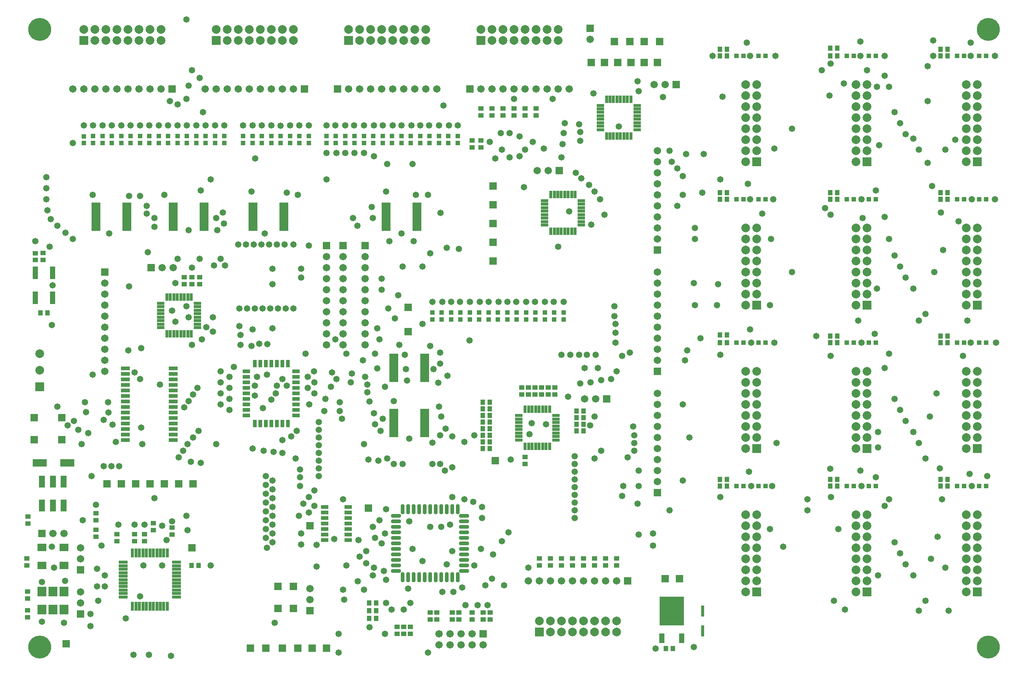
<source format=gts>
G04*
G04 #@! TF.GenerationSoftware,Altium Limited,Altium Designer,22.3.1 (43)*
G04*
G04 Layer_Color=8388736*
%FSLAX25Y25*%
%MOIN*%
G70*
G04*
G04 #@! TF.SameCoordinates,A87CA661-C890-46F0-A320-74F5598AF3CC*
G04*
G04*
G04 #@! TF.FilePolarity,Negative*
G04*
G01*
G75*
%ADD43R,0.03950X0.04540*%
%ADD44R,0.04540X0.03950*%
%ADD45R,0.07887X0.08674*%
%ADD46R,0.06607X0.03162*%
%ADD47R,0.03162X0.06607*%
%ADD48R,0.06607X0.03800*%
%ADD49R,0.03800X0.06607*%
%ADD50R,0.08083X0.03556*%
%ADD51R,0.03162X0.08083*%
%ADD52R,0.08083X0.03162*%
%ADD53R,0.03950X0.03950*%
%ADD54R,0.06804X0.03359*%
%ADD55R,0.03162X0.10249*%
%ADD56O,0.09241X0.03556*%
%ADD57O,0.03556X0.09241*%
%ADD58R,0.04540X0.09068*%
%ADD59R,0.22453X0.26391*%
%ADD60R,0.07887X0.02572*%
%ADD61R,0.04737X0.11627*%
%ADD62R,0.05524X0.10642*%
%ADD63R,0.07887X0.07099*%
%ADD64R,0.12800X0.06800*%
%ADD65R,0.03950X0.03950*%
%ADD66R,0.06706X0.06706*%
%ADD67C,0.07887*%
%ADD68R,0.07887X0.07887*%
%ADD69R,0.07887X0.07887*%
%ADD70C,0.06706*%
%ADD71R,0.06706X0.06706*%
%ADD72R,0.06706X0.06706*%
%ADD73C,0.06706*%
%ADD74R,0.06706X0.06706*%
%ADD75C,0.20800*%
%ADD76C,0.05800*%
D43*
X318850Y53000D02*
D03*
X325150D02*
D03*
X318850Y46000D02*
D03*
X325150D02*
D03*
X318850Y60000D02*
D03*
X325150D02*
D03*
X736850Y166000D02*
D03*
X743150D02*
D03*
X836850Y562000D02*
D03*
X843150D02*
D03*
X836850Y432000D02*
D03*
X843150D02*
D03*
X836850Y296000D02*
D03*
X843150D02*
D03*
X636850Y166000D02*
D03*
X643150D02*
D03*
X836850D02*
D03*
X843150D02*
D03*
X836850Y302000D02*
D03*
X843150D02*
D03*
X636850Y172000D02*
D03*
X643150D02*
D03*
X736850D02*
D03*
X743150D02*
D03*
X836850D02*
D03*
X843150D02*
D03*
X164150Y94000D02*
D03*
X157850D02*
D03*
X428150Y242000D02*
D03*
X421850D02*
D03*
X428150Y230000D02*
D03*
X421850D02*
D03*
X428150Y224000D02*
D03*
X421850D02*
D03*
X428150Y218000D02*
D03*
X421850D02*
D03*
X428150Y212000D02*
D03*
X421850D02*
D03*
X428150Y206000D02*
D03*
X421850D02*
D03*
X428150Y200000D02*
D03*
X421850D02*
D03*
X643150Y556000D02*
D03*
X636850D02*
D03*
X643150Y296000D02*
D03*
X636850D02*
D03*
X743150Y426000D02*
D03*
X736850D02*
D03*
X743150Y296000D02*
D03*
X736850D02*
D03*
X743150Y556000D02*
D03*
X736850D02*
D03*
X843150Y426000D02*
D03*
X836850D02*
D03*
X643150D02*
D03*
X636850D02*
D03*
X843150Y556000D02*
D03*
X836850D02*
D03*
X513150Y216000D02*
D03*
X506850D02*
D03*
X428150Y236000D02*
D03*
X421850D02*
D03*
X513150Y228000D02*
D03*
X506850D02*
D03*
X513150Y234000D02*
D03*
X506850D02*
D03*
X513150Y222000D02*
D03*
X506850D02*
D03*
X743150Y563000D02*
D03*
X736850D02*
D03*
X743150Y302000D02*
D03*
X736850D02*
D03*
X743150Y432000D02*
D03*
X736850D02*
D03*
X643150D02*
D03*
X636850D02*
D03*
X643150Y562000D02*
D03*
X636850D02*
D03*
X643150Y303000D02*
D03*
X636850D02*
D03*
X20850Y323000D02*
D03*
X27150D02*
D03*
X594150Y18500D02*
D03*
X587850D02*
D03*
D44*
X344000Y38150D02*
D03*
Y31850D02*
D03*
X356000Y38150D02*
D03*
Y31850D02*
D03*
X350000Y38150D02*
D03*
Y31850D02*
D03*
X9000Y46850D02*
D03*
Y53150D02*
D03*
Y70150D02*
D03*
Y63850D02*
D03*
X151000Y348850D02*
D03*
Y355150D02*
D03*
X420000Y479150D02*
D03*
Y472850D02*
D03*
X412000Y479150D02*
D03*
Y472850D02*
D03*
X422000Y51150D02*
D03*
Y44850D02*
D03*
X470000Y508150D02*
D03*
Y501850D02*
D03*
X460000Y508150D02*
D03*
Y501850D02*
D03*
X450000Y508150D02*
D03*
Y501850D02*
D03*
X440000Y508150D02*
D03*
Y501850D02*
D03*
X430000Y508150D02*
D03*
Y501850D02*
D03*
X420000Y508150D02*
D03*
Y501850D02*
D03*
X9500Y131850D02*
D03*
Y138150D02*
D03*
X23000Y370850D02*
D03*
Y377150D02*
D03*
X533000Y93850D02*
D03*
Y100150D02*
D03*
X457000Y248850D02*
D03*
Y255150D02*
D03*
X481000D02*
D03*
Y248850D02*
D03*
X493000Y93850D02*
D03*
Y100150D02*
D03*
X513000Y93850D02*
D03*
Y100150D02*
D03*
X543000Y93850D02*
D03*
Y100150D02*
D03*
X463000Y248850D02*
D03*
Y255150D02*
D03*
X460000Y192150D02*
D03*
Y185850D02*
D03*
X473000Y93850D02*
D03*
Y100150D02*
D03*
X487000Y255150D02*
D03*
Y248850D02*
D03*
X483000Y93850D02*
D03*
Y100150D02*
D03*
X503000Y93850D02*
D03*
Y100150D02*
D03*
X475000Y255150D02*
D03*
Y248850D02*
D03*
X523000Y93850D02*
D03*
Y100150D02*
D03*
X412000Y44850D02*
D03*
Y51150D02*
D03*
X380000Y44850D02*
D03*
Y51150D02*
D03*
X428500D02*
D03*
Y44850D02*
D03*
X400000D02*
D03*
Y51150D02*
D03*
X8500Y93850D02*
D03*
Y100150D02*
D03*
X158000Y355150D02*
D03*
Y348850D02*
D03*
X469000Y248850D02*
D03*
Y255150D02*
D03*
X165000Y355150D02*
D03*
Y348850D02*
D03*
X71000Y119850D02*
D03*
Y126150D02*
D03*
X374000Y51150D02*
D03*
Y44850D02*
D03*
X16000Y370701D02*
D03*
Y377000D02*
D03*
X394000Y51150D02*
D03*
Y44850D02*
D03*
X106000Y115850D02*
D03*
Y122150D02*
D03*
X71000Y141150D02*
D03*
Y134850D02*
D03*
X115000Y115850D02*
D03*
Y122150D02*
D03*
X90000Y115850D02*
D03*
Y122150D02*
D03*
X140000Y121850D02*
D03*
Y128150D02*
D03*
X123000Y125850D02*
D03*
Y132150D02*
D03*
D45*
X22000Y53732D02*
D03*
X32000D02*
D03*
X42000D02*
D03*
Y70268D02*
D03*
X32000D02*
D03*
X22000D02*
D03*
D46*
X129764Y331524D02*
D03*
Y328374D02*
D03*
Y325224D02*
D03*
Y322075D02*
D03*
Y318925D02*
D03*
Y315776D02*
D03*
Y312626D02*
D03*
Y309476D02*
D03*
X163134D02*
D03*
Y312626D02*
D03*
Y315776D02*
D03*
Y318925D02*
D03*
Y322075D02*
D03*
Y325224D02*
D03*
Y328374D02*
D03*
Y331524D02*
D03*
X477815Y424524D02*
D03*
Y421374D02*
D03*
Y418224D02*
D03*
Y415075D02*
D03*
Y411925D02*
D03*
Y408776D02*
D03*
Y405626D02*
D03*
Y402476D02*
D03*
X511185D02*
D03*
Y405626D02*
D03*
Y408776D02*
D03*
Y411925D02*
D03*
Y415075D02*
D03*
Y418224D02*
D03*
Y421374D02*
D03*
Y424524D02*
D03*
X528315Y511024D02*
D03*
Y507874D02*
D03*
Y504724D02*
D03*
Y501575D02*
D03*
Y498425D02*
D03*
Y495276D02*
D03*
Y492126D02*
D03*
Y488976D02*
D03*
X561685D02*
D03*
Y492126D02*
D03*
Y495276D02*
D03*
Y498425D02*
D03*
Y501575D02*
D03*
Y504724D02*
D03*
Y507874D02*
D03*
Y511024D02*
D03*
X454591Y229709D02*
D03*
Y226559D02*
D03*
Y223409D02*
D03*
Y220260D02*
D03*
Y217110D02*
D03*
Y213961D02*
D03*
Y210811D02*
D03*
Y207661D02*
D03*
X487961D02*
D03*
Y210811D02*
D03*
Y213961D02*
D03*
Y217110D02*
D03*
Y220260D02*
D03*
Y223409D02*
D03*
Y226559D02*
D03*
Y229709D02*
D03*
D47*
X135425Y303815D02*
D03*
X138575D02*
D03*
X141724D02*
D03*
X144874D02*
D03*
X148024D02*
D03*
X151173D02*
D03*
X154323D02*
D03*
X157472D02*
D03*
Y337185D02*
D03*
X154323D02*
D03*
X151173D02*
D03*
X148024D02*
D03*
X144874D02*
D03*
X141724D02*
D03*
X138575D02*
D03*
X135425D02*
D03*
X483476Y396815D02*
D03*
X486626D02*
D03*
X489776D02*
D03*
X492925D02*
D03*
X496075D02*
D03*
X499224D02*
D03*
X502374D02*
D03*
X505524D02*
D03*
Y430185D02*
D03*
X502374D02*
D03*
X499224D02*
D03*
X496075D02*
D03*
X492925D02*
D03*
X489776D02*
D03*
X486626D02*
D03*
X483476D02*
D03*
X556024Y516685D02*
D03*
X552874D02*
D03*
X549724D02*
D03*
X546575D02*
D03*
X543425D02*
D03*
X540276D02*
D03*
X537126D02*
D03*
X533976D02*
D03*
Y483315D02*
D03*
X537126D02*
D03*
X540276D02*
D03*
X543425D02*
D03*
X546575D02*
D03*
X549724D02*
D03*
X552874D02*
D03*
X556024D02*
D03*
X460252Y202000D02*
D03*
X463402D02*
D03*
X466551D02*
D03*
X469701D02*
D03*
X472850D02*
D03*
X476000D02*
D03*
X479150D02*
D03*
X482299D02*
D03*
Y235370D02*
D03*
X479150D02*
D03*
X476000D02*
D03*
X472850D02*
D03*
X469701D02*
D03*
X466551D02*
D03*
X463402D02*
D03*
X460252D02*
D03*
D48*
X252500Y239900D02*
D03*
Y244900D02*
D03*
Y234900D02*
D03*
X207500Y269900D02*
D03*
Y264900D02*
D03*
Y259900D02*
D03*
Y254900D02*
D03*
Y249900D02*
D03*
Y244900D02*
D03*
Y239900D02*
D03*
Y234900D02*
D03*
Y229900D02*
D03*
X252500Y249900D02*
D03*
Y254900D02*
D03*
Y259900D02*
D03*
Y264900D02*
D03*
Y269900D02*
D03*
Y229900D02*
D03*
D49*
X240000Y222500D02*
D03*
X235000D02*
D03*
X230000D02*
D03*
X245000D02*
D03*
X230000Y277000D02*
D03*
X225000D02*
D03*
X220000D02*
D03*
X215000D02*
D03*
Y222500D02*
D03*
X220000D02*
D03*
X225000D02*
D03*
X245000Y277000D02*
D03*
X240000D02*
D03*
X235000D02*
D03*
D50*
X141171Y207500D02*
D03*
Y212500D02*
D03*
Y217500D02*
D03*
Y222500D02*
D03*
Y227500D02*
D03*
Y232500D02*
D03*
Y237500D02*
D03*
Y242500D02*
D03*
Y247500D02*
D03*
Y252500D02*
D03*
Y257500D02*
D03*
Y262500D02*
D03*
Y267500D02*
D03*
Y272500D02*
D03*
X97667D02*
D03*
Y267500D02*
D03*
Y262500D02*
D03*
Y257500D02*
D03*
Y252500D02*
D03*
Y247500D02*
D03*
Y242500D02*
D03*
Y237500D02*
D03*
Y232500D02*
D03*
Y227500D02*
D03*
Y222500D02*
D03*
Y217500D02*
D03*
Y212500D02*
D03*
Y207500D02*
D03*
D51*
X104252Y105213D02*
D03*
X107402D02*
D03*
X110551D02*
D03*
X113701D02*
D03*
X116850D02*
D03*
X120000D02*
D03*
X123150D02*
D03*
X126299D02*
D03*
X129449D02*
D03*
X132598D02*
D03*
X135748D02*
D03*
Y56787D02*
D03*
X132598D02*
D03*
X129449D02*
D03*
X126299D02*
D03*
X123150D02*
D03*
X120000D02*
D03*
X116850D02*
D03*
X113701D02*
D03*
X110551D02*
D03*
X107402D02*
D03*
X104252D02*
D03*
D52*
X144213Y96748D02*
D03*
Y93598D02*
D03*
Y90449D02*
D03*
Y87299D02*
D03*
Y84150D02*
D03*
Y81000D02*
D03*
Y77850D02*
D03*
Y74701D02*
D03*
Y71551D02*
D03*
Y68402D02*
D03*
Y65252D02*
D03*
X95787D02*
D03*
Y68402D02*
D03*
Y71551D02*
D03*
Y74701D02*
D03*
Y77850D02*
D03*
Y81000D02*
D03*
Y84150D02*
D03*
Y87299D02*
D03*
Y90449D02*
D03*
Y93598D02*
D03*
Y96748D02*
D03*
D53*
X68500Y483150D02*
D03*
Y476850D02*
D03*
X102500D02*
D03*
Y483150D02*
D03*
X390500D02*
D03*
Y476850D02*
D03*
X187500Y483150D02*
D03*
Y476850D02*
D03*
X376000Y323150D02*
D03*
Y316850D02*
D03*
X136500Y476850D02*
D03*
Y483150D02*
D03*
X119500Y476850D02*
D03*
Y483150D02*
D03*
X145000Y476850D02*
D03*
Y483150D02*
D03*
X111000Y476850D02*
D03*
Y483150D02*
D03*
X153500Y476850D02*
D03*
Y483150D02*
D03*
X162000Y476850D02*
D03*
Y483150D02*
D03*
X128000Y476850D02*
D03*
Y483150D02*
D03*
X170500Y476850D02*
D03*
Y483150D02*
D03*
X179000Y476850D02*
D03*
Y483150D02*
D03*
X495000Y316850D02*
D03*
Y323150D02*
D03*
X297000Y476850D02*
D03*
Y483150D02*
D03*
X339500Y476850D02*
D03*
Y483150D02*
D03*
X280000Y476850D02*
D03*
Y483150D02*
D03*
X314000Y476850D02*
D03*
Y483150D02*
D03*
X382000Y476850D02*
D03*
Y483150D02*
D03*
X322500Y476850D02*
D03*
Y483150D02*
D03*
X486500Y316850D02*
D03*
Y323150D02*
D03*
X478000Y316850D02*
D03*
Y323150D02*
D03*
X331000Y476850D02*
D03*
Y483150D02*
D03*
X373500Y476850D02*
D03*
Y483150D02*
D03*
X356500Y476850D02*
D03*
Y483150D02*
D03*
X365000Y476850D02*
D03*
Y483150D02*
D03*
X305500Y476850D02*
D03*
Y483150D02*
D03*
X288500Y476850D02*
D03*
Y483150D02*
D03*
X399000Y476850D02*
D03*
Y483150D02*
D03*
X348000Y476850D02*
D03*
Y483150D02*
D03*
X204500Y476850D02*
D03*
Y483150D02*
D03*
X238500Y476850D02*
D03*
Y483150D02*
D03*
X393000Y316850D02*
D03*
Y323150D02*
D03*
X401500D02*
D03*
Y316850D02*
D03*
X384500D02*
D03*
Y323150D02*
D03*
X230000Y476850D02*
D03*
Y483150D02*
D03*
X213000Y476850D02*
D03*
Y483150D02*
D03*
X427000Y316850D02*
D03*
Y323150D02*
D03*
X221500Y476850D02*
D03*
Y483150D02*
D03*
X418500Y316850D02*
D03*
Y323150D02*
D03*
X410000Y316850D02*
D03*
Y323150D02*
D03*
X60000Y476700D02*
D03*
Y483000D02*
D03*
X264000Y476850D02*
D03*
Y483150D02*
D03*
X94000Y476850D02*
D03*
Y483150D02*
D03*
X85500Y476850D02*
D03*
Y483150D02*
D03*
X77000Y476850D02*
D03*
Y483150D02*
D03*
X444000Y316850D02*
D03*
Y323150D02*
D03*
X469500Y316850D02*
D03*
Y323150D02*
D03*
X461000Y316850D02*
D03*
Y323150D02*
D03*
X452500Y316850D02*
D03*
Y323150D02*
D03*
X435500Y316850D02*
D03*
Y323150D02*
D03*
X255500Y476850D02*
D03*
Y483150D02*
D03*
X247000Y476850D02*
D03*
Y483150D02*
D03*
D54*
X278323Y117000D02*
D03*
X299677Y147000D02*
D03*
X278323D02*
D03*
Y142000D02*
D03*
Y137000D02*
D03*
Y132000D02*
D03*
Y127000D02*
D03*
Y122000D02*
D03*
X299677Y117000D02*
D03*
Y122000D02*
D03*
Y127000D02*
D03*
Y132000D02*
D03*
Y137000D02*
D03*
Y142000D02*
D03*
D55*
X621000Y34600D02*
D03*
Y52500D02*
D03*
D56*
X404720Y104000D02*
D03*
X343280Y134000D02*
D03*
X404720Y129000D02*
D03*
X343280Y109000D02*
D03*
X404720Y89000D02*
D03*
Y94000D02*
D03*
Y99000D02*
D03*
Y109000D02*
D03*
Y114000D02*
D03*
Y119000D02*
D03*
Y124000D02*
D03*
Y134000D02*
D03*
Y139000D02*
D03*
X343280D02*
D03*
Y129000D02*
D03*
Y124000D02*
D03*
Y119000D02*
D03*
Y114000D02*
D03*
Y104000D02*
D03*
Y99000D02*
D03*
Y94000D02*
D03*
Y89000D02*
D03*
D57*
X379000Y144720D02*
D03*
X359000Y83280D02*
D03*
X384000D02*
D03*
X374000Y144720D02*
D03*
Y83280D02*
D03*
X379000D02*
D03*
X389000D02*
D03*
X394000D02*
D03*
X399000D02*
D03*
Y144720D02*
D03*
X394000D02*
D03*
X389000D02*
D03*
X384000D02*
D03*
X369000D02*
D03*
X364000D02*
D03*
X359000D02*
D03*
X354000D02*
D03*
X349000D02*
D03*
Y83280D02*
D03*
X354000D02*
D03*
X364000D02*
D03*
X369000D02*
D03*
D58*
X584024Y27768D02*
D03*
X601976D02*
D03*
D59*
X593000Y52571D02*
D03*
D60*
X361976Y418957D02*
D03*
X334024Y398484D02*
D03*
Y421516D02*
D03*
X361976D02*
D03*
Y416398D02*
D03*
Y413839D02*
D03*
Y411280D02*
D03*
Y408720D02*
D03*
Y406161D02*
D03*
Y403602D02*
D03*
Y401043D02*
D03*
Y398484D02*
D03*
X334024Y401043D02*
D03*
Y403602D02*
D03*
Y406161D02*
D03*
Y408720D02*
D03*
Y411280D02*
D03*
Y413839D02*
D03*
Y416398D02*
D03*
Y418957D02*
D03*
X241476D02*
D03*
X213524Y398484D02*
D03*
Y421516D02*
D03*
X241476D02*
D03*
Y416398D02*
D03*
Y413839D02*
D03*
Y411280D02*
D03*
Y408720D02*
D03*
Y406161D02*
D03*
Y403602D02*
D03*
Y401043D02*
D03*
Y398484D02*
D03*
X213524Y401043D02*
D03*
Y403602D02*
D03*
Y406161D02*
D03*
Y408720D02*
D03*
Y411280D02*
D03*
Y413839D02*
D03*
Y416398D02*
D03*
Y418957D02*
D03*
X341024Y231957D02*
D03*
Y229398D02*
D03*
Y226839D02*
D03*
Y224280D02*
D03*
Y221720D02*
D03*
Y219161D02*
D03*
Y216602D02*
D03*
Y214043D02*
D03*
X368976Y211484D02*
D03*
Y214043D02*
D03*
Y216602D02*
D03*
Y219161D02*
D03*
Y221720D02*
D03*
Y224280D02*
D03*
Y226839D02*
D03*
Y229398D02*
D03*
Y234516D02*
D03*
X341024D02*
D03*
Y211484D02*
D03*
X368976Y231957D02*
D03*
X71024Y418957D02*
D03*
Y416398D02*
D03*
Y413839D02*
D03*
Y411280D02*
D03*
Y408720D02*
D03*
Y406161D02*
D03*
Y403602D02*
D03*
Y401043D02*
D03*
X98976Y398484D02*
D03*
Y401043D02*
D03*
Y403602D02*
D03*
Y406161D02*
D03*
Y408720D02*
D03*
Y411280D02*
D03*
Y413839D02*
D03*
Y416398D02*
D03*
Y421516D02*
D03*
X71024D02*
D03*
Y398484D02*
D03*
X98976Y418957D02*
D03*
X341024Y281957D02*
D03*
Y279398D02*
D03*
Y276839D02*
D03*
Y274280D02*
D03*
Y271720D02*
D03*
Y269161D02*
D03*
Y266602D02*
D03*
Y264043D02*
D03*
X368976Y261484D02*
D03*
Y264043D02*
D03*
Y266602D02*
D03*
Y269161D02*
D03*
Y271720D02*
D03*
Y274280D02*
D03*
Y276839D02*
D03*
Y279398D02*
D03*
Y284516D02*
D03*
X341024D02*
D03*
Y261484D02*
D03*
X368976Y281957D02*
D03*
X141024Y418957D02*
D03*
Y416398D02*
D03*
Y413839D02*
D03*
Y411280D02*
D03*
Y408720D02*
D03*
Y406161D02*
D03*
Y403602D02*
D03*
Y401043D02*
D03*
X168976Y398484D02*
D03*
Y401043D02*
D03*
Y403602D02*
D03*
Y406161D02*
D03*
Y408720D02*
D03*
Y411280D02*
D03*
Y413839D02*
D03*
Y416398D02*
D03*
Y421516D02*
D03*
X141024D02*
D03*
Y398484D02*
D03*
X168976Y418957D02*
D03*
D61*
X31874Y336681D02*
D03*
Y359319D02*
D03*
X16126Y336681D02*
D03*
Y359319D02*
D03*
D62*
X22158Y169827D02*
D03*
X32000D02*
D03*
X41842D02*
D03*
Y148173D02*
D03*
X32000D02*
D03*
X22158D02*
D03*
D63*
X42000Y93732D02*
D03*
X22000Y110268D02*
D03*
Y93732D02*
D03*
X42000Y110268D02*
D03*
D64*
X20000Y187000D02*
D03*
X45000D02*
D03*
D65*
X871850Y166000D02*
D03*
X878150D02*
D03*
X671850D02*
D03*
X678150D02*
D03*
X751850D02*
D03*
X758150D02*
D03*
X851850D02*
D03*
X858150D02*
D03*
X651850Y426000D02*
D03*
X658150D02*
D03*
X751850D02*
D03*
X758150D02*
D03*
X858150D02*
D03*
X851850D02*
D03*
X651850Y296000D02*
D03*
X658150D02*
D03*
X751850D02*
D03*
X758150D02*
D03*
X851850Y556000D02*
D03*
X858150D02*
D03*
X751850D02*
D03*
X758150D02*
D03*
X778150Y296000D02*
D03*
X771850D02*
D03*
X678150Y556000D02*
D03*
X671850D02*
D03*
X678150Y426000D02*
D03*
X671850D02*
D03*
X678150Y296000D02*
D03*
X671850D02*
D03*
X778150Y556000D02*
D03*
X771850D02*
D03*
X878150Y426000D02*
D03*
X871850D02*
D03*
X771850D02*
D03*
X778150D02*
D03*
X878150Y556000D02*
D03*
X871850D02*
D03*
X658150Y166000D02*
D03*
X651850D02*
D03*
X778150D02*
D03*
X771850D02*
D03*
X878150Y296000D02*
D03*
X871850D02*
D03*
X658150Y556000D02*
D03*
X651850D02*
D03*
X858150Y296000D02*
D03*
X851850D02*
D03*
D66*
X433000Y189000D02*
D03*
X582000Y569000D02*
D03*
X568000D02*
D03*
X555000D02*
D03*
X541000D02*
D03*
X158000Y110000D02*
D03*
X318000Y146000D02*
D03*
X265000Y130000D02*
D03*
X236000Y75000D02*
D03*
X600000Y82000D02*
D03*
X587000D02*
D03*
X250000Y75000D02*
D03*
Y55000D02*
D03*
X236000D02*
D03*
X44000Y23000D02*
D03*
X225000Y19000D02*
D03*
X254000D02*
D03*
X211000D02*
D03*
X267000D02*
D03*
X280000D02*
D03*
X240000D02*
D03*
X422000Y32000D02*
D03*
X519000Y581000D02*
D03*
X40000Y228000D02*
D03*
X580000Y550000D02*
D03*
X410000Y526000D02*
D03*
X553000Y80000D02*
D03*
X290000Y526000D02*
D03*
X140000D02*
D03*
X260000D02*
D03*
X40000Y208000D02*
D03*
X15000D02*
D03*
Y228000D02*
D03*
X354000Y306000D02*
D03*
Y328000D02*
D03*
X159000Y168000D02*
D03*
X81000D02*
D03*
X133000D02*
D03*
X94000D02*
D03*
X146000D02*
D03*
X120000D02*
D03*
X107000D02*
D03*
X568000Y550000D02*
D03*
X556000D02*
D03*
X544000D02*
D03*
X520000D02*
D03*
X532000D02*
D03*
D67*
X130000Y580000D02*
D03*
Y570000D02*
D03*
X120000Y580000D02*
D03*
Y570000D02*
D03*
X110000Y580000D02*
D03*
Y570000D02*
D03*
X100000Y580000D02*
D03*
Y570000D02*
D03*
X90000Y580000D02*
D03*
Y570000D02*
D03*
X80000Y580000D02*
D03*
Y570000D02*
D03*
X70000Y580000D02*
D03*
Y570000D02*
D03*
X60000Y580000D02*
D03*
X250000D02*
D03*
Y570000D02*
D03*
X240000Y580000D02*
D03*
Y570000D02*
D03*
X230000Y580000D02*
D03*
Y570000D02*
D03*
X220000Y580000D02*
D03*
Y570000D02*
D03*
X210000Y580000D02*
D03*
Y570000D02*
D03*
X200000Y580000D02*
D03*
Y570000D02*
D03*
X190000Y580000D02*
D03*
Y570000D02*
D03*
X180000Y580000D02*
D03*
X370000D02*
D03*
Y570000D02*
D03*
X360000Y580000D02*
D03*
Y570000D02*
D03*
X350000Y580000D02*
D03*
Y570000D02*
D03*
X340000Y580000D02*
D03*
Y570000D02*
D03*
X330000Y580000D02*
D03*
Y570000D02*
D03*
X320000Y580000D02*
D03*
Y570000D02*
D03*
X310000Y580000D02*
D03*
Y570000D02*
D03*
X300000Y580000D02*
D03*
X490000D02*
D03*
Y570000D02*
D03*
X480000Y580000D02*
D03*
Y570000D02*
D03*
X470000Y580000D02*
D03*
Y570000D02*
D03*
X460000Y580000D02*
D03*
Y570000D02*
D03*
X450000Y580000D02*
D03*
Y570000D02*
D03*
X440000Y580000D02*
D03*
Y570000D02*
D03*
X430000Y580000D02*
D03*
Y570000D02*
D03*
X420000Y580000D02*
D03*
X660000Y530000D02*
D03*
X670000D02*
D03*
X660000Y520000D02*
D03*
X670000D02*
D03*
X660000Y510000D02*
D03*
X670000D02*
D03*
X660000Y500000D02*
D03*
X670000D02*
D03*
X660000Y490000D02*
D03*
X670000D02*
D03*
X660000Y480000D02*
D03*
X670000D02*
D03*
X660000Y470000D02*
D03*
X670000D02*
D03*
X660000Y460000D02*
D03*
Y400000D02*
D03*
X670000D02*
D03*
X660000Y390000D02*
D03*
X670000D02*
D03*
X660000Y380000D02*
D03*
X670000D02*
D03*
X660000Y370000D02*
D03*
X670000D02*
D03*
X660000Y360000D02*
D03*
X670000D02*
D03*
X660000Y350000D02*
D03*
X670000D02*
D03*
X660000Y340000D02*
D03*
X670000D02*
D03*
X660000Y330000D02*
D03*
Y270000D02*
D03*
X670000D02*
D03*
X660000Y260000D02*
D03*
X670000D02*
D03*
X660000Y250000D02*
D03*
X670000D02*
D03*
X660000Y240000D02*
D03*
X670000D02*
D03*
X660000Y230000D02*
D03*
X670000D02*
D03*
X660000Y220000D02*
D03*
X670000D02*
D03*
X660000Y210000D02*
D03*
X670000D02*
D03*
X660000Y200000D02*
D03*
Y140000D02*
D03*
X670000D02*
D03*
X660000Y130000D02*
D03*
X670000D02*
D03*
X660000Y120000D02*
D03*
X670000D02*
D03*
X660000Y110000D02*
D03*
X670000D02*
D03*
X660000Y100000D02*
D03*
X670000D02*
D03*
X660000Y90000D02*
D03*
X670000D02*
D03*
X660000Y80000D02*
D03*
X670000D02*
D03*
X660000Y70000D02*
D03*
X760000Y530000D02*
D03*
X770000D02*
D03*
X760000Y520000D02*
D03*
X770000D02*
D03*
X760000Y510000D02*
D03*
X770000D02*
D03*
X760000Y500000D02*
D03*
X770000D02*
D03*
X760000Y490000D02*
D03*
X770000D02*
D03*
X760000Y480000D02*
D03*
X770000D02*
D03*
X760000Y470000D02*
D03*
X770000D02*
D03*
X760000Y460000D02*
D03*
X760000Y400000D02*
D03*
X770000D02*
D03*
X760000Y390000D02*
D03*
X770000D02*
D03*
X760000Y380000D02*
D03*
X770000D02*
D03*
X760000Y370000D02*
D03*
X770000D02*
D03*
X760000Y360000D02*
D03*
X770000D02*
D03*
X760000Y350000D02*
D03*
X770000D02*
D03*
X760000Y340000D02*
D03*
X770000D02*
D03*
X760000Y330000D02*
D03*
Y270000D02*
D03*
X770000D02*
D03*
X760000Y260000D02*
D03*
X770000D02*
D03*
X760000Y250000D02*
D03*
X770000D02*
D03*
X760000Y240000D02*
D03*
X770000D02*
D03*
X760000Y230000D02*
D03*
X770000D02*
D03*
X760000Y220000D02*
D03*
X770000D02*
D03*
X760000Y210000D02*
D03*
X770000D02*
D03*
X760000Y200000D02*
D03*
Y140000D02*
D03*
X770000D02*
D03*
X760000Y130000D02*
D03*
X770000D02*
D03*
X760000Y120000D02*
D03*
X770000D02*
D03*
X760000Y110000D02*
D03*
X770000D02*
D03*
X760000Y100000D02*
D03*
X770000D02*
D03*
X760000Y90000D02*
D03*
X770000D02*
D03*
X760000Y80000D02*
D03*
X770000D02*
D03*
X760000Y70000D02*
D03*
X860000Y530000D02*
D03*
X870000D02*
D03*
X860000Y520000D02*
D03*
X870000D02*
D03*
X860000Y510000D02*
D03*
X870000D02*
D03*
X860000Y500000D02*
D03*
X870000D02*
D03*
X860000Y490000D02*
D03*
X870000D02*
D03*
X860000Y480000D02*
D03*
X870000D02*
D03*
X860000Y470000D02*
D03*
X870000D02*
D03*
X860000Y460000D02*
D03*
Y400000D02*
D03*
X870000D02*
D03*
X860000Y390000D02*
D03*
X870000D02*
D03*
X860000Y380000D02*
D03*
X870000D02*
D03*
X860000Y370000D02*
D03*
X870000D02*
D03*
X860000Y360000D02*
D03*
X870000D02*
D03*
X860000Y350000D02*
D03*
X870000D02*
D03*
X860000Y340000D02*
D03*
X870000D02*
D03*
X860000Y330000D02*
D03*
Y270000D02*
D03*
X870000D02*
D03*
X860000Y260000D02*
D03*
X870000D02*
D03*
X860000Y250000D02*
D03*
X870000D02*
D03*
X860000Y240000D02*
D03*
X870000D02*
D03*
X860000Y230000D02*
D03*
X870000D02*
D03*
X860000Y220000D02*
D03*
X870000D02*
D03*
X860000Y210000D02*
D03*
X870000D02*
D03*
X860000Y200000D02*
D03*
Y140000D02*
D03*
X870000D02*
D03*
X860000Y130000D02*
D03*
X870000D02*
D03*
X860000Y120000D02*
D03*
X870000D02*
D03*
X860000Y110000D02*
D03*
X870000D02*
D03*
X860000Y100000D02*
D03*
X870000D02*
D03*
X860000Y90000D02*
D03*
X870000D02*
D03*
X860000Y80000D02*
D03*
X870000D02*
D03*
X860000Y70000D02*
D03*
X543000Y43500D02*
D03*
Y33500D02*
D03*
X533000Y43500D02*
D03*
Y33500D02*
D03*
X523000Y43500D02*
D03*
Y33500D02*
D03*
X513000Y43500D02*
D03*
Y33500D02*
D03*
X503000Y43500D02*
D03*
Y33500D02*
D03*
X493000Y43500D02*
D03*
Y33500D02*
D03*
X483000Y43500D02*
D03*
Y33500D02*
D03*
X473000Y43500D02*
D03*
X20000Y271000D02*
D03*
Y286000D02*
D03*
D68*
X60000Y570000D02*
D03*
X180000D02*
D03*
X300000D02*
D03*
X420000D02*
D03*
X473000Y33500D02*
D03*
D69*
X670000Y460000D02*
D03*
Y330000D02*
D03*
Y200000D02*
D03*
Y70000D02*
D03*
X770000Y460000D02*
D03*
X770000Y330000D02*
D03*
Y200000D02*
D03*
Y70000D02*
D03*
X870000Y460000D02*
D03*
Y330000D02*
D03*
Y200000D02*
D03*
Y70000D02*
D03*
X20000Y256000D02*
D03*
D70*
X141000Y364000D02*
D03*
X131000D02*
D03*
X57000Y100000D02*
D03*
Y110000D02*
D03*
X471000Y452000D02*
D03*
X481000D02*
D03*
X587000Y530000D02*
D03*
X577000D02*
D03*
X514000Y245000D02*
D03*
X524000D02*
D03*
X32000Y123000D02*
D03*
X42000D02*
D03*
X57000Y70000D02*
D03*
Y60000D02*
D03*
X265000Y63000D02*
D03*
Y73000D02*
D03*
D71*
X121000Y364000D02*
D03*
X491000Y452000D02*
D03*
X597000Y530000D02*
D03*
X534000Y245000D02*
D03*
X22000Y123000D02*
D03*
D72*
X57000Y90000D02*
D03*
Y50000D02*
D03*
X265000Y53000D02*
D03*
D73*
X382000Y22000D02*
D03*
X422000D02*
D03*
X412000D02*
D03*
X382000Y32000D02*
D03*
X392000Y22000D02*
D03*
Y32000D02*
D03*
X402000Y22000D02*
D03*
Y32000D02*
D03*
X412000D02*
D03*
X519000Y571000D02*
D03*
X280000Y294000D02*
D03*
Y334000D02*
D03*
Y374000D02*
D03*
Y324000D02*
D03*
Y364000D02*
D03*
Y314000D02*
D03*
Y354000D02*
D03*
Y304000D02*
D03*
Y344000D02*
D03*
X79000Y270000D02*
D03*
Y320000D02*
D03*
Y280000D02*
D03*
Y330000D02*
D03*
Y290000D02*
D03*
Y340000D02*
D03*
Y300000D02*
D03*
Y350000D02*
D03*
Y310000D02*
D03*
X295000Y344000D02*
D03*
Y304000D02*
D03*
Y354000D02*
D03*
Y314000D02*
D03*
Y364000D02*
D03*
Y324000D02*
D03*
Y374000D02*
D03*
Y334000D02*
D03*
Y294000D02*
D03*
X450000Y526000D02*
D03*
X490000D02*
D03*
X440000D02*
D03*
X480000D02*
D03*
X430000D02*
D03*
X470000D02*
D03*
X420000D02*
D03*
X460000D02*
D03*
X500000D02*
D03*
X315000Y344000D02*
D03*
Y304000D02*
D03*
Y354000D02*
D03*
Y314000D02*
D03*
Y364000D02*
D03*
Y324000D02*
D03*
Y374000D02*
D03*
Y334000D02*
D03*
Y294000D02*
D03*
X580000Y420000D02*
D03*
Y460000D02*
D03*
Y410000D02*
D03*
Y450000D02*
D03*
Y400000D02*
D03*
Y440000D02*
D03*
Y390000D02*
D03*
Y430000D02*
D03*
Y470000D02*
D03*
X513000Y80000D02*
D03*
X473000D02*
D03*
X523000D02*
D03*
X483000D02*
D03*
X533000D02*
D03*
X493000D02*
D03*
X543000D02*
D03*
X503000D02*
D03*
X463000D02*
D03*
X330000Y526000D02*
D03*
X370000D02*
D03*
X320000D02*
D03*
X360000D02*
D03*
X310000D02*
D03*
X350000D02*
D03*
X300000D02*
D03*
X340000D02*
D03*
X380000D02*
D03*
X580000Y310000D02*
D03*
Y350000D02*
D03*
Y300000D02*
D03*
Y340000D02*
D03*
Y290000D02*
D03*
Y330000D02*
D03*
Y280000D02*
D03*
Y320000D02*
D03*
Y360000D02*
D03*
X100000Y526000D02*
D03*
X60000D02*
D03*
X110000D02*
D03*
X70000D02*
D03*
X120000D02*
D03*
X80000D02*
D03*
X130000D02*
D03*
X90000D02*
D03*
X50000D02*
D03*
X580000Y200000D02*
D03*
Y240000D02*
D03*
Y190000D02*
D03*
Y230000D02*
D03*
Y180000D02*
D03*
Y220000D02*
D03*
Y170000D02*
D03*
Y210000D02*
D03*
Y250000D02*
D03*
X220000Y526000D02*
D03*
X180000D02*
D03*
X230000D02*
D03*
X190000D02*
D03*
X240000D02*
D03*
X200000D02*
D03*
X250000D02*
D03*
X210000D02*
D03*
X170000D02*
D03*
D74*
X280000Y384000D02*
D03*
X431000Y421000D02*
D03*
X79000Y360000D02*
D03*
X431000Y438000D02*
D03*
X295000Y384000D02*
D03*
X315000D02*
D03*
X580000Y380000D02*
D03*
Y270000D02*
D03*
Y160000D02*
D03*
X431000Y387000D02*
D03*
Y404000D02*
D03*
Y370000D02*
D03*
D75*
X880000Y20000D02*
D03*
X20000Y580000D02*
D03*
Y20000D02*
D03*
X880000Y580000D02*
D03*
D76*
X62000Y233000D02*
D03*
X493000Y464000D02*
D03*
X496000Y495000D02*
D03*
X509000Y494000D02*
D03*
X495000Y486000D02*
D03*
X510000Y487000D02*
D03*
X494000Y476000D02*
D03*
X510000Y479000D02*
D03*
X576000Y112000D02*
D03*
Y123000D02*
D03*
X563000Y166000D02*
D03*
X549000D02*
D03*
X562000Y150000D02*
D03*
X548000Y157000D02*
D03*
X414000Y94000D02*
D03*
X548000Y284000D02*
D03*
X541000Y320000D02*
D03*
Y329000D02*
D03*
X420000Y109000D02*
D03*
X463000Y91914D02*
D03*
X345000Y339000D02*
D03*
X326000Y309000D02*
D03*
X261000Y286000D02*
D03*
X264000Y384000D02*
D03*
X257000Y355000D02*
D03*
Y113000D02*
D03*
Y123000D02*
D03*
X231000Y115000D02*
D03*
Y123000D02*
D03*
X386000Y511000D02*
D03*
X146000Y192000D02*
D03*
X157000Y188000D02*
D03*
X289000Y263000D02*
D03*
X288000Y299000D02*
D03*
X298000Y286000D02*
D03*
X313000Y280000D02*
D03*
X317000Y258000D02*
D03*
X285000Y269000D02*
D03*
X317000Y251000D02*
D03*
X226291Y294500D02*
D03*
X446000Y486000D02*
D03*
Y464000D02*
D03*
X433000Y463000D02*
D03*
X459000Y437000D02*
D03*
X467000Y478000D02*
D03*
X322000Y408720D02*
D03*
X455000Y465000D02*
D03*
X460000Y471000D02*
D03*
X439000D02*
D03*
X455000Y483000D02*
D03*
X438000Y486000D02*
D03*
X334000Y433000D02*
D03*
X321000Y418957D02*
D03*
X403000Y74000D02*
D03*
X395000Y70000D02*
D03*
X431000Y104000D02*
D03*
X445000Y124000D02*
D03*
X439000Y116000D02*
D03*
X424000Y76000D02*
D03*
X430000Y82000D02*
D03*
X394000Y107000D02*
D03*
X295000Y154000D02*
D03*
X303000Y268000D02*
D03*
X319000Y242500D02*
D03*
X324000Y222000D02*
D03*
X341000Y243000D02*
D03*
X323000Y232000D02*
D03*
X302000Y260000D02*
D03*
X315000Y265000D02*
D03*
X308000Y402000D02*
D03*
X294000Y227000D02*
D03*
X450000Y517000D02*
D03*
X499000Y247000D02*
D03*
X212000Y293000D02*
D03*
X219000Y295000D02*
D03*
X202000Y294000D02*
D03*
X158000D02*
D03*
X202000Y303000D02*
D03*
X177000Y306000D02*
D03*
X201000Y311000D02*
D03*
X213000Y308000D02*
D03*
X153000Y329000D02*
D03*
X155000Y319000D02*
D03*
X100500Y289000D02*
D03*
X118000Y378000D02*
D03*
X112000Y291000D02*
D03*
X171000Y310000D02*
D03*
X143000Y350000D02*
D03*
X101000Y347000D02*
D03*
X112000Y219000D02*
D03*
X175000Y94000D02*
D03*
X295000Y72000D02*
D03*
X314000D02*
D03*
X381398Y259398D02*
D03*
X591000Y144000D02*
D03*
X505000Y193000D02*
D03*
X447000Y190000D02*
D03*
X414000Y212000D02*
D03*
X406000Y58000D02*
D03*
X417182Y57818D02*
D03*
X389000Y95000D02*
D03*
X485000Y517000D02*
D03*
X477000Y472000D02*
D03*
X833000Y250000D02*
D03*
X834000Y120000D02*
D03*
X828000Y100000D02*
D03*
X823000Y191000D02*
D03*
X827000Y229000D02*
D03*
X831000Y360000D02*
D03*
X585000Y518500D02*
D03*
X563000Y524000D02*
D03*
X702000Y360000D02*
D03*
Y490000D02*
D03*
X231000Y309000D02*
D03*
X167000Y299000D02*
D03*
X177000Y319000D02*
D03*
X314000Y204000D02*
D03*
X331000Y227000D02*
D03*
X329000Y216000D02*
D03*
X318000Y190000D02*
D03*
X327000Y189000D02*
D03*
X335000Y191000D02*
D03*
X341000Y186000D02*
D03*
X349000D02*
D03*
X394000Y156000D02*
D03*
X145000Y372000D02*
D03*
X66000Y50000D02*
D03*
X73000Y62000D02*
D03*
X98000Y46000D02*
D03*
X233000Y42000D02*
D03*
X354000Y73000D02*
D03*
X296000Y63000D02*
D03*
X356000Y60000D02*
D03*
X333000Y32000D02*
D03*
X339000Y54000D02*
D03*
X319000Y38000D02*
D03*
X334000Y60000D02*
D03*
X350000Y54000D02*
D03*
X367000Y98000D02*
D03*
X119000Y13000D02*
D03*
X105000D02*
D03*
X139000Y12000D02*
D03*
X22000Y43000D02*
D03*
Y79000D02*
D03*
X43000Y80000D02*
D03*
X66000Y39000D02*
D03*
X72000Y75000D02*
D03*
X79000D02*
D03*
X372000Y15000D02*
D03*
X42000Y42000D02*
D03*
X280000Y493000D02*
D03*
Y468000D02*
D03*
X280061Y444000D02*
D03*
X231000Y349000D02*
D03*
Y363000D02*
D03*
X326000Y272500D02*
D03*
X563000Y122000D02*
D03*
X291000Y15000D02*
D03*
Y32000D02*
D03*
X529000Y198000D02*
D03*
X523000Y191000D02*
D03*
X76000Y112000D02*
D03*
X256000Y181000D02*
D03*
X273000Y189000D02*
D03*
Y182000D02*
D03*
X257000Y363000D02*
D03*
X253000Y216000D02*
D03*
X355000Y134000D02*
D03*
X392000Y131000D02*
D03*
X384000Y129000D02*
D03*
X279000Y244900D02*
D03*
X292000Y242000D02*
D03*
X268954Y269854D02*
D03*
X292000Y234000D02*
D03*
X278000D02*
D03*
X284000Y256000D02*
D03*
X204500Y493000D02*
D03*
X441000Y76000D02*
D03*
X226000Y110000D02*
D03*
X298000Y94000D02*
D03*
X308525Y79525D02*
D03*
X310000Y102000D02*
D03*
X309000Y117000D02*
D03*
X316000Y107000D02*
D03*
X330000Y114000D02*
D03*
X324000Y119000D02*
D03*
X322000Y129000D02*
D03*
X316000Y96000D02*
D03*
X323000Y92000D02*
D03*
X322000Y85000D02*
D03*
X332000Y89000D02*
D03*
X334000Y81000D02*
D03*
Y145000D02*
D03*
X333000Y123000D02*
D03*
X328000Y135000D02*
D03*
X271000Y93000D02*
D03*
X358000Y109000D02*
D03*
X271000Y112500D02*
D03*
X273000Y224000D02*
D03*
X196000Y274000D02*
D03*
X154000Y126000D02*
D03*
X335000Y458000D02*
D03*
X358000D02*
D03*
X391000Y493000D02*
D03*
X383500Y413500D02*
D03*
X336000Y327000D02*
D03*
X324000Y286000D02*
D03*
X328000Y299000D02*
D03*
X514000Y273000D02*
D03*
X501000Y285000D02*
D03*
X493000D02*
D03*
X510000Y259000D02*
D03*
X538000Y263000D02*
D03*
X526000Y273000D02*
D03*
X524000Y285000D02*
D03*
X516000D02*
D03*
X519500Y260000D02*
D03*
X529000Y262000D02*
D03*
X543000Y270000D02*
D03*
X509000Y285000D02*
D03*
X409680Y297893D02*
D03*
X553000Y192000D02*
D03*
X559000Y198000D02*
D03*
X558000Y220000D02*
D03*
X559000Y212000D02*
D03*
Y205000D02*
D03*
X563000Y180000D02*
D03*
X490000Y383000D02*
D03*
X639000Y519000D02*
D03*
X522000Y522000D02*
D03*
X841000Y92000D02*
D03*
X839000Y380000D02*
D03*
X857000Y284000D02*
D03*
X836000Y182000D02*
D03*
X825000Y515000D02*
D03*
X829000Y438000D02*
D03*
X682000Y330000D02*
D03*
X683000Y390000D02*
D03*
X675000Y413000D02*
D03*
X790000Y154000D02*
D03*
X786000Y273000D02*
D03*
X795000Y115000D02*
D03*
X800000Y105000D02*
D03*
X805000Y95000D02*
D03*
X812000Y85000D02*
D03*
X817000Y53000D02*
D03*
X823000Y62000D02*
D03*
X838000Y154000D02*
D03*
X737436Y156000D02*
D03*
X786000Y148000D02*
D03*
X879000Y175000D02*
D03*
X778000Y174000D02*
D03*
X736850Y181650D02*
D03*
X779000Y345000D02*
D03*
X780000Y201000D02*
D03*
Y215000D02*
D03*
X795000Y245000D02*
D03*
X800000Y235000D02*
D03*
X805000Y225000D02*
D03*
X812000Y215000D02*
D03*
X817000Y205000D02*
D03*
X823000Y322000D02*
D03*
X825000Y459000D02*
D03*
X737000Y412000D02*
D03*
X766000Y409000D02*
D03*
X805000Y355000D02*
D03*
X800000Y365000D02*
D03*
X790000Y286000D02*
D03*
X795000Y375000D02*
D03*
X817000Y316000D02*
D03*
Y471000D02*
D03*
X853000Y406000D02*
D03*
X841000Y471000D02*
D03*
X850000Y480000D02*
D03*
X812000Y345000D02*
D03*
Y481000D02*
D03*
X805000Y485000D02*
D03*
X800000Y495000D02*
D03*
X795000Y505000D02*
D03*
X790000Y390000D02*
D03*
Y528000D02*
D03*
X786000Y410000D02*
D03*
Y538000D02*
D03*
X844000Y53000D02*
D03*
X750000Y54000D02*
D03*
X781000Y475000D02*
D03*
X779000Y528000D02*
D03*
X770000Y543000D02*
D03*
X736000Y520000D02*
D03*
X749000Y531000D02*
D03*
X686000Y472000D02*
D03*
X688000Y205000D02*
D03*
X165000Y372000D02*
D03*
X68000Y267000D02*
D03*
X61000Y242000D02*
D03*
X178000Y366000D02*
D03*
X184000Y372000D02*
D03*
X188000Y366000D02*
D03*
X235000Y385000D02*
D03*
X250000D02*
D03*
X242000D02*
D03*
X228000D02*
D03*
X221000D02*
D03*
X207000D02*
D03*
X214000D02*
D03*
X240000Y263000D02*
D03*
X208000Y327000D02*
D03*
X200000Y385000D02*
D03*
X133000Y430000D02*
D03*
X117000Y413000D02*
D03*
Y420000D02*
D03*
X111000Y429000D02*
D03*
X187500Y493000D02*
D03*
X155000Y398000D02*
D03*
X68500Y493000D02*
D03*
X273000Y175000D02*
D03*
Y196000D02*
D03*
Y203000D02*
D03*
Y210000D02*
D03*
X240000Y207500D02*
D03*
X269000Y162000D02*
D03*
X252000Y191000D02*
D03*
X248000Y211000D02*
D03*
X273000Y217000D02*
D03*
X222464Y236536D02*
D03*
X229964Y244036D02*
D03*
X213000Y200000D02*
D03*
X223000Y198000D02*
D03*
X232000Y197000D02*
D03*
X240000Y196000D02*
D03*
X215000Y248000D02*
D03*
Y257000D02*
D03*
X217000Y265000D02*
D03*
X180000Y204000D02*
D03*
X256000Y174000D02*
D03*
X269000Y148000D02*
D03*
X255000Y139000D02*
D03*
X259000Y150000D02*
D03*
X264000Y156000D02*
D03*
Y142000D02*
D03*
X264500Y240000D02*
D03*
X256000Y166000D02*
D03*
X269000Y250000D02*
D03*
X263000Y255000D02*
D03*
X269000Y260000D02*
D03*
X263000Y264900D02*
D03*
X192000Y245000D02*
D03*
Y235000D02*
D03*
X184000Y239900D02*
D03*
Y250000D02*
D03*
X192000Y255000D02*
D03*
X184000Y260000D02*
D03*
X192000Y265000D02*
D03*
X184000Y270000D02*
D03*
X231000Y131000D02*
D03*
X225000Y119000D02*
D03*
X67000Y175000D02*
D03*
X231000Y139000D02*
D03*
X225000Y143000D02*
D03*
Y175000D02*
D03*
X159000Y249000D02*
D03*
X155000Y243000D02*
D03*
X163000Y255000D02*
D03*
X164000Y216000D02*
D03*
X159000Y210000D02*
D03*
X151000Y237107D02*
D03*
X154000Y204000D02*
D03*
X150000Y198000D02*
D03*
X166000Y187000D02*
D03*
X78000Y184000D02*
D03*
X89000Y206000D02*
D03*
X92000Y184000D02*
D03*
X86000Y221664D02*
D03*
X78000Y226000D02*
D03*
X82500Y232500D02*
D03*
X82000Y242000D02*
D03*
X225000Y127000D02*
D03*
X124000Y155000D02*
D03*
X225000Y135000D02*
D03*
Y159000D02*
D03*
X231000Y171000D02*
D03*
Y147000D02*
D03*
X225000Y151000D02*
D03*
X231000Y155000D02*
D03*
Y163000D02*
D03*
X225000Y167000D02*
D03*
X222000Y327000D02*
D03*
X215000D02*
D03*
X250000D02*
D03*
X236000D02*
D03*
X243000D02*
D03*
X201000D02*
D03*
X229000D02*
D03*
X111000Y263000D02*
D03*
X129000Y258000D02*
D03*
X106000Y269000D02*
D03*
X113000Y204000D02*
D03*
X79000Y85000D02*
D03*
X72000Y91000D02*
D03*
X234000Y250000D02*
D03*
X235000Y257000D02*
D03*
X64000Y214000D02*
D03*
X58000Y204000D02*
D03*
X43379Y395500D02*
D03*
X85000Y184000D02*
D03*
X55000Y217000D02*
D03*
X51000Y225000D02*
D03*
X45414Y221000D02*
D03*
X36000Y238000D02*
D03*
X106000Y131000D02*
D03*
X115000D02*
D03*
X140000Y134000D02*
D03*
X226000Y267000D02*
D03*
X31000Y312000D02*
D03*
X50000Y390000D02*
D03*
X29000Y383000D02*
D03*
X181000Y398000D02*
D03*
X187000Y404000D02*
D03*
X180000Y409000D02*
D03*
X186000Y414000D02*
D03*
X124000Y401000D02*
D03*
Y409000D02*
D03*
X36000Y402000D02*
D03*
X30000Y408000D02*
D03*
X27000Y416000D02*
D03*
X26000Y426000D02*
D03*
Y436000D02*
D03*
X102500Y493000D02*
D03*
X26000Y445957D02*
D03*
X155000Y529000D02*
D03*
X165000Y536000D02*
D03*
X168000Y505000D02*
D03*
X138000Y515000D02*
D03*
X145000Y512000D02*
D03*
X153000Y517000D02*
D03*
Y589000D02*
D03*
X158000Y543000D02*
D03*
X244000Y257000D02*
D03*
X405000Y154000D02*
D03*
X505000Y137000D02*
D03*
Y144000D02*
D03*
Y151000D02*
D03*
Y158000D02*
D03*
Y165000D02*
D03*
Y172000D02*
D03*
Y179000D02*
D03*
Y186000D02*
D03*
X740000Y62000D02*
D03*
X744000Y127000D02*
D03*
X682000D02*
D03*
X694000Y111000D02*
D03*
X716000Y144000D02*
D03*
Y154000D02*
D03*
X637000Y156000D02*
D03*
X780000Y85000D02*
D03*
X861000Y316000D02*
D03*
X762000D02*
D03*
X732000Y418000D02*
D03*
X825000Y546586D02*
D03*
X135000Y117000D02*
D03*
X59000Y135000D02*
D03*
X342000Y318000D02*
D03*
X349000Y365000D02*
D03*
X389000Y382000D02*
D03*
X367000Y313000D02*
D03*
Y365000D02*
D03*
X337000Y388000D02*
D03*
X330000Y354000D02*
D03*
X314000Y468000D02*
D03*
X305500D02*
D03*
X297000D02*
D03*
X289000D02*
D03*
X305000Y493000D02*
D03*
X314000D02*
D03*
X297000D02*
D03*
X288000D02*
D03*
X400000Y381000D02*
D03*
X91322Y130764D02*
D03*
X428000Y478000D02*
D03*
X399000Y493000D02*
D03*
X287000Y118000D02*
D03*
X376000Y205360D02*
D03*
X394000Y183000D02*
D03*
X323000Y465000D02*
D03*
X330000Y344000D02*
D03*
X346000Y294000D02*
D03*
X519000Y221000D02*
D03*
X523000Y229000D02*
D03*
X304000Y409000D02*
D03*
X387500Y180000D02*
D03*
X383000Y186000D02*
D03*
X562000Y533000D02*
D03*
X359000Y388000D02*
D03*
X374000Y377000D02*
D03*
X413000Y151500D02*
D03*
X376000Y186000D02*
D03*
X131000Y130000D02*
D03*
X153000Y139000D02*
D03*
X372000Y430000D02*
D03*
X348000Y395000D02*
D03*
X361000Y430000D02*
D03*
X383000Y212000D02*
D03*
X388000Y218000D02*
D03*
X394000Y211000D02*
D03*
X421000Y147000D02*
D03*
X405000Y206000D02*
D03*
X555000Y287000D02*
D03*
X542000Y296000D02*
D03*
Y305000D02*
D03*
Y313000D02*
D03*
X520000Y403000D02*
D03*
X532000Y412000D02*
D03*
X528000Y426000D02*
D03*
X523000Y433000D02*
D03*
X518000Y439000D02*
D03*
X511000Y445000D02*
D03*
X506000Y450000D02*
D03*
X500000Y415000D02*
D03*
X333000Y256000D02*
D03*
X389765Y265765D02*
D03*
X353273Y261484D02*
D03*
X352000Y272000D02*
D03*
X383000Y277000D02*
D03*
X421000Y137000D02*
D03*
X374000Y129000D02*
D03*
X179000Y493000D02*
D03*
X158000Y364000D02*
D03*
X140000Y325000D02*
D03*
X143000Y315000D02*
D03*
X355000Y209000D02*
D03*
X351000Y285000D02*
D03*
X384000Y229000D02*
D03*
X382000Y238000D02*
D03*
X377000Y272000D02*
D03*
X383000Y287000D02*
D03*
X374000Y293000D02*
D03*
X619000Y300000D02*
D03*
X637000Y285000D02*
D03*
X607000Y289000D02*
D03*
X605000Y280000D02*
D03*
X603000Y240000D02*
D03*
X634000Y330000D02*
D03*
X614000D02*
D03*
X635000Y349000D02*
D03*
X620914Y432000D02*
D03*
X613000Y350000D02*
D03*
X637000Y444000D02*
D03*
X614000Y400000D02*
D03*
Y390000D02*
D03*
X593000Y460000D02*
D03*
X591000Y470000D02*
D03*
X598000Y454000D02*
D03*
X606000Y467000D02*
D03*
X622000D02*
D03*
X603000Y447000D02*
D03*
Y430000D02*
D03*
X598000Y420000D02*
D03*
X830000Y570000D02*
D03*
Y556000D02*
D03*
X664000Y308000D02*
D03*
X724000Y302000D02*
D03*
X603000Y171000D02*
D03*
X609000Y210000D02*
D03*
X663000Y179000D02*
D03*
X662000Y440000D02*
D03*
X764000Y180000D02*
D03*
X737000Y284000D02*
D03*
X863000Y177000D02*
D03*
X837000Y414000D02*
D03*
X661000Y568000D02*
D03*
X764000Y569000D02*
D03*
X864000Y568000D02*
D03*
X729000Y543000D02*
D03*
X737000Y549000D02*
D03*
X630000Y556000D02*
D03*
X684000Y166000D02*
D03*
X765000D02*
D03*
X865000D02*
D03*
X664000Y426000D02*
D03*
X765000D02*
D03*
X886000D02*
D03*
Y556000D02*
D03*
X686000Y296000D02*
D03*
X665000Y166000D02*
D03*
X426000Y58000D02*
D03*
X385000Y70000D02*
D03*
X131000Y94000D02*
D03*
X71000Y149000D02*
D03*
X114000Y94000D02*
D03*
X111000Y66000D02*
D03*
X613000Y20000D02*
D03*
X578500Y18500D02*
D03*
X215300Y462800D02*
D03*
X175000Y444000D02*
D03*
X166000Y434000D02*
D03*
X212000Y433000D02*
D03*
X495000Y333000D02*
D03*
X486000D02*
D03*
X478000D02*
D03*
X469000D02*
D03*
X461000D02*
D03*
X452000D02*
D03*
X376000D02*
D03*
X385000D02*
D03*
X393000D02*
D03*
X401000D02*
D03*
X410000D02*
D03*
X419000D02*
D03*
X427000D02*
D03*
X436000D02*
D03*
X444000D02*
D03*
X466000Y223000D02*
D03*
X479000Y222000D02*
D03*
X463987Y213000D02*
D03*
X224000Y395000D02*
D03*
X254000Y430000D02*
D03*
X244000Y432000D02*
D03*
X83000Y395000D02*
D03*
X101000Y429000D02*
D03*
X68000Y430000D02*
D03*
X323000Y493000D02*
D03*
X331000D02*
D03*
X340000D02*
D03*
X348000D02*
D03*
X357000D02*
D03*
X373000D02*
D03*
X365000D02*
D03*
X382000D02*
D03*
X60000D02*
D03*
X77000D02*
D03*
X85500D02*
D03*
X94000D02*
D03*
X111000D02*
D03*
X119500D02*
D03*
X128000D02*
D03*
X136500D02*
D03*
X145000D02*
D03*
X153500D02*
D03*
X162000D02*
D03*
X170500D02*
D03*
X213000D02*
D03*
X221500D02*
D03*
X230000D02*
D03*
X238500Y492500D02*
D03*
X247000Y493000D02*
D03*
X255500D02*
D03*
X264000D02*
D03*
X50000Y477000D02*
D03*
X545000Y492000D02*
D03*
X16000Y388000D02*
D03*
X33000Y92000D02*
D03*
X31000Y111000D02*
D03*
X31874Y348000D02*
D03*
X665000Y296000D02*
D03*
X777000Y304000D02*
D03*
X765000Y296000D02*
D03*
X887000D02*
D03*
X864000D02*
D03*
X865000Y426000D02*
D03*
X778000Y434000D02*
D03*
X685000Y426000D02*
D03*
X687000Y556000D02*
D03*
X664000D02*
D03*
X786000D02*
D03*
X764000D02*
D03*
X864000D02*
D03*
M02*

</source>
